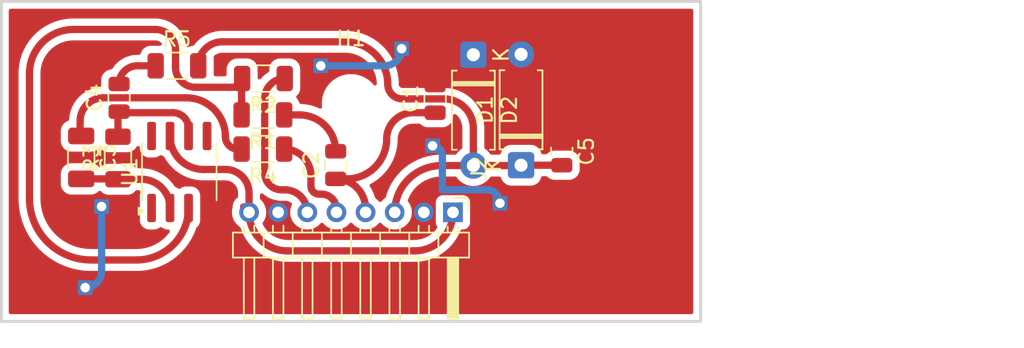
<source format=kicad_pcb>
(kicad_pcb (version 20241229) (generator "pcbnew") (generator_version "9.0")
  (layers (0 "F.Cu" signal) (2 "B.Cu" signal) (13 "F.Paste" user) (15 "B.Paste" user) (5 "F.SilkS" user "F.Silkscreen") (7 "B.SilkS" user "B.Silkscreen") (1 "F.Mask" user) (3 "B.Mask" user) (25 "Edge.Cuts" user))
  (net 0 "")
  (net 1 "DistIn")
  (net 2 "GND")
  (net 3 "Net-(C2-Pad2)")
  (net 4 "Net-(U1--)")
  (net 5 "Net-(C3-Pad1)")
  (net 6 "Net-(C4-Pad1)")
  (net 7 "Net-(C4-Pad2)")
  (net 8 "DistOut")
  (net 9 "9V")
  (net 10 "4.5V")
  (net 11 "potDist")
  (net 12 "Net-(U1-+)")
  (footprint "" (layer "F.Cu") (at 105.425 79.425)
    (property "Reference" "" (at 0 0 0) (layer "F.SilkS") (effects (font (size 1.27 1.27))))
    (property "Value" "")
    (pad "1" thru_hole rect (at 0 0) (size 1 1) (drill 0.65) (layers "*.Cu" "*.Mask") (net 2 "GND"))
  )
  (footprint "Diode_THT:D_A-405_P7.62mm_Horizontal" (layer "F.Cu") (at 119.175 86.26 90)
    (property "Reference" "D1" (at 3.81 -2.47 90) (layer "F.SilkS"))
    (property "Value" "D")
    (fp_line (start 6.53 -1.47) (end 6.53 -1.14) (stroke (width 0.12)) (layer "F.SilkS"))
    (fp_line (start 2.11 -1.47) (end 2.11 1.47) (stroke (width 0.12)) (layer "F.SilkS"))
    (fp_line (start 1.99 -1.47) (end 1.99 1.47) (stroke (width 0.12)) (layer "F.SilkS"))
    (fp_line (start 1.87 -1.47) (end 1.87 1.47) (stroke (width 0.12)) (layer "F.SilkS"))
    (fp_line (start 1.09 -1.47) (end 6.53 -1.47) (stroke (width 0.12)) (layer "F.SilkS"))
    (fp_line (start 1.09 -1.14) (end 1.09 -1.47) (stroke (width 0.12)) (layer "F.SilkS"))
    (fp_line (start 1.09 1.14) (end 1.09 1.47) (stroke (width 0.12)) (layer "F.SilkS"))
    (fp_line (start 6.53 1.47) (end 6.53 1.14) (stroke (width 0.12)) (layer "F.SilkS"))
    (fp_line (start 1.09 1.47) (end 6.53 1.47) (stroke (width 0.12)) (layer "F.SilkS"))
    (fp_text user "K" (at 0 -1.9 90) (layer "F.SilkS"))
    (pad "1" thru_hole roundrect (at 0 0 90) (size 1.8 1.8) (drill 0.9) (layers "*.Cu" "*.Mask") (roundrect_rratio 0.138889) (net 8 "DistOut"))
    (pad "2" thru_hole circle (at 7.62 0 90) (size 1.8 1.8) (drill 0.9) (layers "*.Cu" "*.Mask") (net 2 "GND"))
  )
  (footprint "Resistor_SMD:R_1206_3216Metric" (layer "F.Cu") (at 91.5 85.7625 90)
    (property "Reference" "R3" (at 0 -1.83 90) (layer "F.SilkS"))
    (property "Value" "1 M")
    (fp_line (start -0.727064 -0.91) (end 0.727064 -0.91) (stroke (width 0.12)) (layer "F.SilkS"))
    (fp_line (start -0.727064 0.91) (end 0.727064 0.91) (stroke (width 0.12)) (layer "F.SilkS"))
    (pad "1" smd roundrect (at -1.4625 0 90) (size 1.125 1.75) (layers "F.Cu" "F.Mask" "F.Paste") (roundrect_rratio 0.222222) (net 4 "Net-(U1--)"))
    (pad "2" smd roundrect (at 1.4625 0 90) (size 1.125 1.75) (layers "F.Cu" "F.Mask" "F.Paste") (roundrect_rratio 0.222222) (net 6 "Net-(C4-Pad1)"))
  )
  (footprint "Connector_PinHeader_2.00mm:PinHeader_1x08_P2.00mm_Horizontal" (layer "F.Cu") (at 114.5 89.5 -90)
    (property "Reference" "J2" (at -3.015 -1.785 90) (layer "F.SilkS"))
    (property "Value" "Conn_01x08_Pin")
    (fp_line (start 1.39 15.11) (end 3.11 15.11) (stroke (width 0.12)) (layer "F.SilkS"))
    (fp_line (start 3.11 15.11) (end 3.11 -1.11) (stroke (width 0.12)) (layer "F.SilkS"))
    (fp_line (start 0.916856 14.36) (end 1.39 14.36) (stroke (width 0.12)) (layer "F.SilkS"))
    (fp_line (start 7.31 14.36) (end 3.11 14.36) (stroke (width 0.12)) (layer "F.SilkS"))
    (fp_line (start 0.916856 13.64) (end 1.39 13.64) (stroke (width 0.12)) (layer "F.SilkS"))
    (fp_line (start 3.11 13.64) (end 7.31 13.64) (stroke (width 0.12)) (layer "F.SilkS"))
    (fp_line (start 7.31 13.64) (end 7.31 14.36) (stroke (width 0.12)) (layer "F.SilkS"))
    (fp_line (start 1.39 13) (end 3.11 13) (stroke (width 0.12)) (layer "F.SilkS"))
    (fp_line (start 0.916856 12.36) (end 1.39 12.36) (stroke (width 0.12)) (layer "F.SilkS"))
    (fp_line (start 7.31 12.36) (end 3.11 12.36) (stroke (width 0.12)) (layer "F.SilkS"))
    (fp_line (start 0.916856 11.64) (end 1.39 11.64) (stroke (width 0.12)) (layer "F.SilkS"))
    (fp_line (start 3.11 11.64) (end 7.31 11.64) (stroke (width 0.12)) (layer "F.SilkS"))
    (fp_line (start 7.31 11.64) (end 7.31 12.36) (stroke (width 0.12)) (layer "F.SilkS"))
    (fp_line (start 1.39 11) (end 3.11 11) (stroke (width 0.12)) (layer "F.SilkS"))
    (fp_line (start 0.916856 10.36) (end 1.39 10.36) (stroke (width 0.12)) (layer "F.SilkS"))
    (fp_line (start 7.31 10.36) (end 3.11 10.36) (stroke (width 0.12)) (layer "F.SilkS"))
    (fp_line (start 0.916856 9.64) (end 1.39 9.64) (stroke (width 0.12)) (layer "F.SilkS"))
    (fp_line (start 3.11 9.64) (end 7.31 9.64) (stroke (width 0.12)) (layer "F.SilkS"))
    (fp_line (start 7.31 9.64) (end 7.31 10.36) (stroke (width 0.12)) (layer "F.SilkS"))
    (fp_line (start 1.39 9) (end 3.11 9) (stroke (width 0.12)) (layer "F.SilkS"))
    (fp_line (start 0.916856 8.36) (end 1.39 8.36) (stroke (width 0.12)) (layer "F.SilkS"))
    (fp_line (start 7.31 8.36) (end 3.11 8.36) (stroke (width 0.12)) (layer "F.SilkS"))
    (fp_line (start 0.916856 7.64) (end 1.39 7.64) (stroke (width 0.12)) (layer "F.SilkS"))
    (fp_line (start 3.11 7.64) (end 7.31 7.64) (stroke (width 0.12)) (layer "F.SilkS"))
    (fp_line (start 7.31 7.64) (end 7.31 8.36) (stroke (width 0.12)) (layer "F.SilkS"))
    (fp_line (start 1.39 7) (end 3.11 7) (stroke (width 0.12)) (layer "F.SilkS"))
    (fp_line (start 0.916856 6.36) (end 1.39 6.36) (stroke (width 0.12)) (layer "F.SilkS"))
    (fp_line (start 7.31 6.36) (end 3.11 6.36) (stroke (width 0.12)) (layer "F.SilkS"))
    (fp_line (start 0.916856 5.64) (end 1.39 5.64) (stroke (width 0.12)) (layer "F.SilkS"))
    (fp_line (start 3.11 5.64) (end 7.31 5.64) (stroke (width 0.12)) (layer "F.SilkS"))
    (fp_line (start 7.31 5.64) (end 7.31 6.36) (stroke (width 0.12)) (layer "F.SilkS"))
    (fp_line (start 1.39 5) (end 3.11 5) (stroke (width 0.12)) (layer "F.SilkS"))
    (fp_line (start 0.916856 4.36) (end 1.39 4.36) (stroke (width 0.12)) (layer "F.SilkS"))
    (fp_line (start 7.31 4.36) (end 3.11 4.36) (stroke (width 0.12)) (layer "F.SilkS"))
    (fp_line (start 0.916856 3.64) (end 1.39 3.64) (stroke (width 0.12)) (layer "F.SilkS"))
    (fp_line (start 3.11 3.64) (end 7.31 3.64) (stroke (width 0.12)) (layer "F.SilkS"))
    (fp_line (start 7.31 3.64) (end 7.31 4.36) (stroke (width 0.12)) (layer "F.SilkS"))
    (fp_line (start 1.39 3) (end 3.11 3) (stroke (width 0.12)) (layer "F.SilkS"))
    (fp_line (start 0.916856 2.36) (end 1.39 2.36) (stroke (width 0.12)) (layer "F.SilkS"))
    (fp_line (start 7.31 2.36) (end 3.11 2.36) (stroke (width 0.12)) (layer "F.SilkS"))
    (fp_line (start 0.916856 1.64) (end 1.39 1.64) (stroke (width 0.12)) (layer "F.SilkS"))
    (fp_line (start 3.11 1.64) (end 7.31 1.64) (stroke (width 0.12)) (layer "F.SilkS"))
    (fp_line (start 7.31 1.64) (end 7.31 2.36) (stroke (width 0.12)) (layer "F.SilkS"))
    (fp_line (start 1.39 1) (end 3.11 1) (stroke (width 0.12)) (layer "F.SilkS"))
    (fp_line (start 0.985 0.36) (end 1.39 0.36) (stroke (width 0.12)) (layer "F.SilkS"))
    (fp_line (start -1 0) (end -1 -1) (stroke (width 0.12)) (layer "F.SilkS"))
    (fp_line (start 0.985 -0.36) (end 1.39 -0.36) (stroke (width 0.12)) (layer "F.SilkS"))
    (fp_line (start -1 -1) (end 0 -1) (stroke (width 0.12)) (layer "F.SilkS"))
    (fp_line (start 1.39 -1.11) (end 1.39 15.11) (stroke (width 0.12)) (layer "F.SilkS"))
    (fp_line (start 3.11 -1.11) (end 1.39 -1.11) (stroke (width 0.12)) (layer "F.SilkS"))
    (fp_rect (start 3.11 -0.36) (end 7.31 0.36) (stroke (width 0.12)) (fill yes) (layer "F.SilkS"))
    (pad "1" thru_hole rect (at 0 0 270) (size 1.35 1.35) (drill 0.8) (layers "*.Cu" "*.Mask") (net 9 "9V"))
    (pad "2" thru_hole circle (at 0 2 270) (size 1.35 1.35) (drill 0.8) (layers "*.Cu" "*.Mask") (net 2 "GND"))
    (pad "3" thru_hole circle (at 0 4 270) (size 1.35 1.35) (drill 0.8) (layers "*.Cu" "*.Mask") (net 8 "DistOut"))
    (pad "4" thru_hole circle (at 0 6 270) (size 1.35 1.35) (drill 0.8) (layers "*.Cu" "*.Mask") (net 1 "DistIn"))
    (pad "5" thru_hole circle (at 0 8 270) (size 1.35 1.35) (drill 0.8) (layers "*.Cu" "*.Mask") (net 11 "potDist"))
    (pad "6" thru_hole circle (at 0 10 270) (size 1.35 1.35) (drill 0.8) (layers "*.Cu" "*.Mask") (net 10 "4.5V"))
    (pad "7" thru_hole circle (at 0 12 270) (size 1.35 1.35) (drill 0.8) (layers "*.Cu" "*.Mask") (net 2 "GND"))
    (pad "8" thru_hole circle (at 0 14 270) (size 1.35 1.35) (drill 0.8) (layers "*.Cu" "*.Mask") (net 9 "9V"))
  )
  (footprint "Resistor_SMD:R_1206_3216Metric" (layer "F.Cu") (at 101.45 82.8 180)
    (property "Reference" "R1" (at 0 -1.83 0) (layer "F.SilkS"))
    (property "Value" "10 K")
    (fp_line (start -0.727064 0.91) (end 0.727064 0.91) (stroke (width 0.12)) (layer "F.SilkS"))
    (fp_line (start -0.727064 -0.91) (end 0.727064 -0.91) (stroke (width 0.12)) (layer "F.SilkS"))
    (pad "1" smd roundrect (at -1.4625 0 180) (size 1.125 1.75) (layers "F.Cu" "F.Mask" "F.Paste") (roundrect_rratio 0.222222) (net 3 "Net-(C2-Pad2)"))
    (pad "2" smd roundrect (at 1.4625 0 180) (size 1.125 1.75) (layers "F.Cu" "F.Mask" "F.Paste") (roundrect_rratio 0.222222) (net 12 "Net-(U1-+)"))
  )
  (footprint "Capacitor_SMD:C_0805_2012Metric" (layer "F.Cu") (at 106.45 86.25 90)
    (property "Reference" "C2" (at 0 -1.68 90) (layer "F.SilkS"))
    (property "Value" "10 nF")
    (fp_line (start -0.261252 -0.735) (end 0.261252 -0.735) (stroke (width 0.12)) (layer "F.SilkS"))
    (fp_line (start -0.261252 0.735) (end 0.261252 0.735) (stroke (width 0.12)) (layer "F.SilkS"))
    (pad "1" smd roundrect (at -0.95 0 90) (size 1 1.45) (layers "F.Cu" "F.Mask" "F.Paste") (net 1 "DistIn"))
    (pad "2" smd roundrect (at 0.95 0 90) (size 1 1.45) (layers "F.Cu" "F.Mask" "F.Paste") (net 3 "Net-(C2-Pad2)"))
  )
  (footprint "" (layer "F.Cu") (at 90.375 89.1)
    (property "Reference" "" (at 0 0 0) (layer "F.SilkS") (effects (font (size 1.27 1.27))))
    (property "Value" "")
    (pad "1" thru_hole rect (at 0 0) (size 1 1) (drill 0.65) (layers "*.Cu" "*.Mask") (net 2 "GND"))
  )
  (footprint "Capacitor_SMD:C_0805_2012Metric" (layer "F.Cu") (at 91.575 81.625 90)
    (property "Reference" "C4" (at 0 -1.68 90) (layer "F.SilkS"))
    (property "Value" "1 uF")
    (fp_line (start -0.261252 -0.735) (end 0.261252 -0.735) (stroke (width 0.12)) (layer "F.SilkS"))
    (fp_line (start -0.261252 0.735) (end 0.261252 0.735) (stroke (width 0.12)) (layer "F.SilkS"))
    (pad "1" smd roundrect (at -0.95 0 90) (size 1 1.45) (layers "F.Cu" "F.Mask" "F.Paste") (net 6 "Net-(C4-Pad1)"))
    (pad "2" smd roundrect (at 0.95 0 90) (size 1 1.45) (layers "F.Cu" "F.Mask" "F.Paste") (net 7 "Net-(C4-Pad2)"))
  )
  (footprint "Capacitor_SMD:C_1206_3216Metric" (layer "F.Cu") (at 88.975 85.725 -90)
    (property "Reference" "C3" (at 0 -1.85 90) (layer "F.SilkS"))
    (property "Value" "47 nF")
    (fp_line (start -0.711252 0.91) (end 0.711252 0.91) (stroke (width 0.12)) (layer "F.SilkS"))
    (fp_line (start -0.711252 -0.91) (end 0.711252 -0.91) (stroke (width 0.12)) (layer "F.SilkS"))
    (pad "1" smd roundrect (at -1.475 0 270) (size 1.15 1.8) (layers "F.Cu" "F.Mask" "F.Paste") (roundrect_rratio 0.217391) (net 5 "Net-(C3-Pad1)"))
    (pad "2" smd roundrect (at 1.475 0 270) (size 1.15 1.8) (layers "F.Cu" "F.Mask" "F.Paste") (roundrect_rratio 0.217391) (net 4 "Net-(U1--)"))
  )
  (footprint "Capacitor_SMD:C_0805_2012Metric" (layer "F.Cu") (at 113.275 81.7 90)
    (property "Reference" "C1" (at 0 -1.68 90) (layer "F.SilkS"))
    (property "Value" "1 nF")
    (fp_line (start -0.261252 -0.735) (end 0.261252 -0.735) (stroke (width 0.12)) (layer "F.SilkS"))
    (fp_line (start -0.261252 0.735) (end 0.261252 0.735) (stroke (width 0.12)) (layer "F.SilkS"))
    (pad "1" smd roundrect (at -0.95 0 90) (size 1 1.45) (layers "F.Cu" "F.Mask" "F.Paste") (net 1 "DistIn"))
    (pad "2" smd roundrect (at 0.95 0 90) (size 1 1.45) (layers "F.Cu" "F.Mask" "F.Paste") (net 2 "GND"))
  )
  (footprint "" (layer "F.Cu") (at 117.725 88.875)
    (property "Reference" "" (at 0 0 0) (layer "F.SilkS") (effects (font (size 1.27 1.27))))
    (property "Value" "")
    (pad "1" thru_hole rect (at 0 0) (size 1 1) (drill 0.65) (layers "*.Cu" "*.Mask") (net 2 "GND"))
  )
  (footprint "Resistor_SMD:R_1206_3216Metric" (layer "F.Cu") (at 101.45 85.15 180)
    (property "Reference" "R4" (at 0 -1.83 0) (layer "F.SilkS"))
    (property "Value" "4.7 K")
    (fp_line (start -0.727064 0.91) (end 0.727064 0.91) (stroke (width 0.12)) (layer "F.SilkS"))
    (fp_line (start -0.727064 -0.91) (end 0.727064 -0.91) (stroke (width 0.12)) (layer "F.SilkS"))
    (pad "1" smd roundrect (at -1.4625 0 180) (size 1.125 1.75) (layers "F.Cu" "F.Mask" "F.Paste") (roundrect_rratio 0.222222) (net 11 "potDist"))
    (pad "2" smd roundrect (at 1.4625 0 180) (size 1.125 1.75) (layers "F.Cu" "F.Mask" "F.Paste") (roundrect_rratio 0.222222) (net 5 "Net-(C3-Pad1)"))
  )
  (footprint "" (layer "F.Cu") (at 110.975 78.25)
    (property "Reference" "" (at 0 0 0) (layer "F.SilkS") (effects (font (size 1.27 1.27))))
    (property "Value" "")
    (pad "1" thru_hole rect (at 0 0) (size 1 1) (drill 0.65) (layers "*.Cu" "*.Mask") (net 2 "GND"))
  )
  (footprint "Package_SO:SOIC-8_3.9x4.9mm_P1.27mm" (layer "F.Cu") (at 95.71 86.725 90)
    (property "Reference" "U1" (at 0 -3.4 90) (layer "F.SilkS"))
    (property "Value" "LM741")
    (fp_line (start 0 -2.56) (end 1.95 -2.56) (stroke (width 0.12)) (layer "F.SilkS"))
    (fp_line (start 0 -2.56) (end -1.95 -2.56) (stroke (width 0.12)) (layer "F.SilkS"))
    (fp_line (start 0 2.56) (end 1.95 2.56) (stroke (width 0.12)) (layer "F.SilkS"))
    (fp_line (start 0 2.56) (end -1.95 2.56) (stroke (width 0.12)) (layer "F.SilkS"))
    (fp_poly (pts (xy -2.7 -2.465) (xy -2.94 -2.795) (xy -2.46 -2.795)) (stroke (width 0.12)) (fill yes) (layer "F.SilkS"))
    (pad "1" smd roundrect (at -2.475 -1.905 90) (size 1.95 0.6) (layers "F.Cu" "F.Mask" "F.Paste"))
    (pad "2" smd roundrect (at -2.475 -0.635 90) (size 1.95 0.6) (layers "F.Cu" "F.Mask" "F.Paste") (net 4 "Net-(U1--)"))
    (pad "3" smd roundrect (at -2.475 0.635 90) (size 1.95 0.6) (layers "F.Cu" "F.Mask" "F.Paste") (net 12 "Net-(U1-+)"))
    (pad "4" smd roundrect (at -2.475 1.905 90) (size 1.95 0.6) (layers "F.Cu" "F.Mask" "F.Paste") (net 2 "GND"))
    (pad "5" smd roundrect (at 2.475 1.905 90) (size 1.95 0.6) (layers "F.Cu" "F.Mask" "F.Paste"))
    (pad "6" smd roundrect (at 2.475 0.635 90) (size 1.95 0.6) (layers "F.Cu" "F.Mask" "F.Paste") (net 6 "Net-(C4-Pad1)"))
    (pad "7" smd roundrect (at 2.475 -0.635 90) (size 1.95 0.6) (layers "F.Cu" "F.Mask" "F.Paste") (net 9 "9V"))
    (pad "8" smd roundrect (at 2.475 -1.905 90) (size 1.95 0.6) (layers "F.Cu" "F.Mask" "F.Paste"))
  )
  (footprint "" (layer "F.Cu") (at 89.25 94.675)
    (property "Reference" "" (at 0 0 0) (layer "F.SilkS") (effects (font (size 1.27 1.27))))
    (property "Value" "")
    (pad "1" thru_hole rect (at 0 0) (size 1 1) (drill 0.65) (layers "*.Cu" "*.Mask") (net 2 "GND"))
  )
  (footprint "" (layer "F.Cu") (at 113.1 84.925)
    (property "Reference" "" (at 0 0 0) (layer "F.SilkS") (effects (font (size 1.27 1.27))))
    (property "Value" "")
    (pad "1" thru_hole rect (at 0 0) (size 1 1) (drill 0.65) (layers "*.Cu" "*.Mask") (net 2 "GND"))
  )
  (footprint "Capacitor_SMD:C_0805_2012Metric" (layer "F.Cu") (at 121.975 85.31 -90)
    (property "Reference" "C5" (at 0 -1.68 90) (layer "F.SilkS"))
    (property "Value" "1 nF")
    (fp_line (start -0.261252 0.735) (end 0.261252 0.735) (stroke (width 0.12)) (layer "F.SilkS"))
    (fp_line (start -0.261252 -0.735) (end 0.261252 -0.735) (stroke (width 0.12)) (layer "F.SilkS"))
    (pad "1" smd roundrect (at -0.95 0 270) (size 1 1.45) (layers "F.Cu" "F.Mask" "F.Paste") (net 2 "GND"))
    (pad "2" smd roundrect (at 0.95 0 270) (size 1 1.45) (layers "F.Cu" "F.Mask" "F.Paste") (net 8 "DistOut"))
  )
  (footprint "MountingHole:MountingHole_3.5mm" (layer "F.Cu") (at 107.5 82)
    (property "Reference" "H1" (at 0 -4.45 0) (layer "F.SilkS"))
    (property "Value" "MountingHole")
    (pad "" np_thru_hole circle (at 0 0) (size 3.5 3.5) (drill 3.5) (layers "*.Cu" "*.Mask"))
  )
  (footprint "Diode_THT:D_A-405_P7.62mm_Horizontal" (layer "F.Cu") (at 115.9 78.665 -90)
    (property "Reference" "D2" (at 3.81 -2.47 90) (layer "F.SilkS"))
    (property "Value" "D")
    (fp_line (start 1.09 1.47) (end 6.53 1.47) (stroke (width 0.12)) (layer "F.SilkS"))
    (fp_line (start 6.53 1.47) (end 6.53 1.14) (stroke (width 0.12)) (layer "F.SilkS"))
    (fp_line (start 1.09 1.14) (end 1.09 1.47) (stroke (width 0.12)) (layer "F.SilkS"))
    (fp_line (start 1.09 -1.14) (end 1.09 -1.47) (stroke (width 0.12)) (layer "F.SilkS"))
    (fp_line (start 1.09 -1.47) (end 6.53 -1.47) (stroke (width 0.12)) (layer "F.SilkS"))
    (fp_line (start 1.87 -1.47) (end 1.87 1.47) (stroke (width 0.12)) (layer "F.SilkS"))
    (fp_line (start 1.99 -1.47) (end 1.99 1.47) (stroke (width 0.12)) (layer "F.SilkS"))
    (fp_line (start 2.11 -1.47) (end 2.11 1.47) (stroke (width 0.12)) (layer "F.SilkS"))
    (fp_line (start 6.53 -1.47) (end 6.53 -1.14) (stroke (width 0.12)) (layer "F.SilkS"))
    (fp_text user "K" (at 0 -1.9 90) (layer "F.SilkS"))
    (pad "1" thru_hole roundrect (at 0 0 270) (size 1.8 1.8) (drill 0.9) (layers "*.Cu" "*.Mask") (roundrect_rratio 0.138889) (net 2 "GND"))
    (pad "2" thru_hole circle (at 7.62 0 270) (size 1.8 1.8) (drill 0.9) (layers "*.Cu" "*.Mask") (net 8 "DistOut"))
  )
  (footprint "Resistor_SMD:R_1206_3216Metric" (layer "F.Cu") (at 101.4875 80.3 180)
    (property "Reference" "R2" (at 0 -1.83 0) (layer "F.SilkS"))
    (property "Value" "1 M")
    (fp_line (start -0.727064 0.91) (end 0.727064 0.91) (stroke (width 0.12)) (layer "F.SilkS"))
    (fp_line (start -0.727064 -0.91) (end 0.727064 -0.91) (stroke (width 0.12)) (layer "F.SilkS"))
    (pad "1" smd roundrect (at -1.4625 0 180) (size 1.125 1.75) (layers "F.Cu" "F.Mask" "F.Paste") (roundrect_rratio 0.222222) (net 10 "4.5V"))
    (pad "2" smd roundrect (at 1.4625 0 180) (size 1.125 1.75) (layers "F.Cu" "F.Mask" "F.Paste") (roundrect_rratio 0.222222) (net 12 "Net-(U1-+)"))
  )
  (footprint "Resistor_SMD:R_1206_3216Metric" (layer "F.Cu") (at 95.55 79.425)
    (property "Reference" "R5" (at 0 -1.83 0) (layer "F.SilkS"))
    (property "Value" "10 K")
    (fp_line (start -0.727064 -0.91) (end 0.727064 -0.91) (stroke (width 0.12)) (layer "F.SilkS"))
    (fp_line (start -0.727064 0.91) (end 0.727064 0.91) (stroke (width 0.12)) (layer "F.SilkS"))
    (pad "1" smd roundrect (at -1.4625 0) (size 1.125 1.75) (layers "F.Cu" "F.Mask" "F.Paste") (roundrect_rratio 0.222222) (net 7 "Net-(C4-Pad2)"))
    (pad "2" smd roundrect (at 1.4625 0) (size 1.125 1.75) (layers "F.Cu" "F.Mask" "F.Paste") (roundrect_rratio 0.222222) (net 8 "DistOut"))
  )
  (gr_rect (start 83.5 75) (end 131.5 97) (stroke (width 0.2)) (fill no) (layer "Edge.Cuts"))
  (segment (start 106.45 87.2) (end 107.2 87.2) (width 0.5) (layer "F.Cu") (net 1))
  (segment (start 108.45 89.45) (end 108.5 89.5) (width 0.5) (layer "F.Cu") (net 1))
  (segment (start 108.6 89.4) (end 108.5 89.5) (width 0.5) (layer "F.Cu") (net 1))
  (segment (start 108.5 89.5) (end 108.55 89.45) (width 0.5) (layer "F.Cu") (net 1))
  (segment (start 108.5 89.5) (end 108.5 89.25) (width 0.5) (layer "F.Cu") (net 1))
  (segment (start 111.75 82.65) (end 113.275 82.65) (width 0.5) (layer "F.Cu") (net 1))
  (arc (start 108.5 89.25) (mid 107.899569 87.800431) (end 106.45 87.2) (width 0.5) (layer "F.Cu") (net 1))
  (arc (start 109.95 84.45) (mid 110.477208 83.177208) (end 111.75 82.65) (width 0.5) (layer "F.Cu") (net 1))
  (arc (start 107.2 87.2) (mid 109.144544 86.394544) (end 109.95 84.45) (width 0.5) (layer "F.Cu") (net 1))
  (segment (start 116.8 87.95) (end 113.775 87.95) (width 0.5) (layer "B.Cu") (net 2))
  (segment (start 113.775 87.95) (end 113.775 85.6) (width 0.5) (layer "B.Cu") (net 2))
  (segment (start 105.425 79.425) (end 109.8 79.425) (width 0.5) (layer "B.Cu") (net 2))
  (segment (start 90.375 89.1) (end 90.375 93.55) (width 0.5) (layer "B.Cu") (net 2))
  (arc (start 117.725 88.875) (mid 117.454074 88.220926) (end 116.8 87.95) (width 0.5) (layer "B.Cu") (net 2))
  (arc (start 113.775 85.6) (mid 113.577297 85.122703) (end 113.1 84.925) (width 0.5) (layer "B.Cu") (net 2))
  (arc (start 109.8 79.425) (mid 110.63085 79.08085) (end 110.975 78.25) (width 0.5) (layer "B.Cu") (net 2))
  (arc (start 90.375 93.55) (mid 90.045495 94.345495) (end 89.25 94.675) (width 0.5) (layer "B.Cu") (net 2))
  (segment (start 103.95 82.8) (end 102.9125 82.8) (width 0.5) (layer "F.Cu") (net 3))
  (arc (start 106.45 85.3) (mid 105.717767 83.532233) (end 103.95 82.8) (width 0.5) (layer "F.Cu") (net 3))
  (segment (start 91.475 87.2) (end 91.5 87.225) (width 0.5) (layer "F.Cu") (net 4))
  (segment (start 88.975 87.2) (end 91.475 87.2) (width 0.5) (layer "F.Cu") (net 4))
  (segment (start 91.5 87.225) (end 93.1 87.225) (width 0.5) (layer "F.Cu") (net 4))
  (arc (start 93.1 87.225) (mid 94.496536 87.803464) (end 95.075 89.2) (width 0.5) (layer "F.Cu") (net 4))
  (segment (start 99.725 85.15) (end 99.9875 85.15) (width 0.5) (layer "F.Cu") (net 5))
  (segment (start 88.9 84.175) (end 88.9 83.225) (width 0.5) (layer "F.Cu") (net 5))
  (segment (start 90.5 81.625) (end 96.2 81.625) (width 0.5) (layer "F.Cu") (net 5))
  (arc (start 88.9 83.225) (mid 89.368629 82.093629) (end 90.5 81.625) (width 0.5) (layer "F.Cu") (net 5))
  (arc (start 98.875 84.3) (mid 99.123959 84.901041) (end 99.725 85.15) (width 0.5) (layer "F.Cu") (net 5))
  (arc (start 96.2 81.625) (mid 98.091511 82.408489) (end 98.875 84.3) (width 0.5) (layer "F.Cu") (net 5))
  (arc (start 88.975 84.25) (mid 88.921967 84.228033) (end 88.9 84.175) (width 0.5) (layer "F.Cu") (net 5))
  (segment (start 95.275 82.65) (end 91.65 82.65) (width 0.5) (layer "F.Cu") (net 6))
  (segment (start 91.5 82.65) (end 91.5 84.3) (width 0.5) (layer "F.Cu") (net 6))
  (segment (start 96.345 84.25) (end 96.345 83.72) (width 0.5) (layer "F.Cu") (net 6))
  (arc (start 96.345 83.72) (mid 96.031604 82.963396) (end 95.275 82.65) (width 0.5) (layer "F.Cu") (net 6))
  (arc (start 91.65 82.65) (mid 91.596967 82.628033) (end 91.575 82.575) (width 0.5) (layer "F.Cu") (net 6))
  (arc (start 91.575 82.575) (mid 91.521967 82.596967) (end 91.5 82.65) (width 0.5) (layer "F.Cu") (net 6))
  (segment (start 92.825 79.425) (end 94.0875 79.425) (width 0.5) (layer "F.Cu") (net 7))
  (arc (start 91.575 80.675) (mid 91.941117 79.791117) (end 92.825 79.425) (width 0.5) (layer "F.Cu") (net 7))
  (segment (start 113.715 86.285) (end 115.9 86.285) (width 0.5) (layer "F.Cu") (net 8))
  (segment (start 121.975 86.26) (end 119.175 86.26) (width 0.5) (layer "F.Cu") (net 8))
  (segment (start 119.15 86.285) (end 119.175 86.26) (width 0.5) (layer "F.Cu") (net 8))
  (segment (start 115.9 86.285) (end 119.15 86.285) (width 0.5) (layer "F.Cu") (net 8))
  (segment (start 115.9 83.725) (end 115.9 86.285) (width 0.5) (layer "F.Cu") (net 8))
  (segment (start 111.024988 81.7) (end 113.875 81.7) (width 0.5) (layer "F.Cu") (net 8))
  (segment (start 98.6625 77.775) (end 107.100022 77.775) (width 0.5) (layer "F.Cu") (net 8))
  (arc (start 113.875 81.7) (mid 115.306891 82.293109) (end 115.9 83.725) (width 0.5) (layer "F.Cu") (net 8))
  (arc (start 110.025 80.7) (mid 110.31789 81.40711) (end 111.024988 81.7) (width 0.5) (layer "F.Cu") (net 8))
  (arc (start 97.0125 79.425) (mid 97.495774 78.258274) (end 98.6625 77.775) (width 0.5) (layer "F.Cu") (net 8))
  (arc (start 107.100022 77.775) (mid 109.168294 78.631706) (end 110.025 80.7) (width 0.5) (layer "F.Cu") (net 8))
  (arc (start 110.5 89.5) (mid 111.441652 87.226652) (end 113.715 86.285) (width 0.5) (layer "F.Cu") (net 8))
  (segment (start 111.85 92.15) (end 103.15 92.15) (width 0.5) (layer "F.Cu") (net 9))
  (segment (start 97.375 86.55) (end 98.875 86.55) (width 0.5) (layer "F.Cu") (net 9))
  (segment (start 100.125098 89.124902) (end 100.125 89.125) (width 0.5) (layer "F.Cu") (net 9))
  (segment (start 100.5 89.5) (end 100.5 88.175) (width 0.5) (layer "F.Cu") (net 9))
  (arc (start 100.5 88.175) (mid 100.024049 87.025951) (end 98.875 86.55) (width 0.5) (layer "F.Cu") (net 9))
  (arc (start 114.5 89.5) (mid 113.723833 91.373833) (end 111.85 92.15) (width 0.5) (layer "F.Cu") (net 9))
  (arc (start 95.075 84.25) (mid 95.748654 85.876346) (end 97.375 86.55) (width 0.5) (layer "F.Cu") (net 9))
  (arc (start 103.15 92.15) (mid 101.276167 91.373833) (end 100.5 89.5) (width 0.5) (layer "F.Cu") (net 9))
  (segment (start 101.575 86.8) (end 101.575 81.675) (width 0.5) (layer "F.Cu") (net 10))
  (segment (start 102.950006 87.95) (end 102.725 87.95) (width 0.5) (layer "F.Cu") (net 10))
  (arc (start 104.5 89.5) (mid 104.046017 88.403983) (end 102.950006 87.95) (width 0.5) (layer "F.Cu") (net 10))
  (arc (start 102.725 87.95) (mid 101.911827 87.613173) (end 101.575 86.8) (width 0.5) (layer "F.Cu") (net 10))
  (arc (start 101.575 81.675) (mid 101.977728 80.702728) (end 102.95 80.3) (width 0.5) (layer "F.Cu") (net 10))
  (segment (start 105.475 88.25) (end 105.3 88.25) (width 0.5) (layer "F.Cu") (net 11))
  (segment (start 106.525 89.475) (end 106.5 89.5) (width 0.5) (layer "F.Cu") (net 11))
  (segment (start 106.5 89.5) (end 106.5 89.275) (width 0.5) (layer "F.Cu") (net 11))
  (segment (start 104.75 87.7) (end 104.75 86.9875) (width 0.5) (layer "F.Cu") (net 11))
  (arc (start 106.5 89.275) (mid 106.199784 88.550216) (end 105.475 88.25) (width 0.5) (layer "F.Cu") (net 11))
  (arc (start 104.75 86.9875) (mid 104.211809 85.688191) (end 102.9125 85.15) (width 0.5) (layer "F.Cu") (net 11))
  (arc (start 105.3 88.25) (mid 104.911091 88.088909) (end 104.75 87.7) (width 0.5) (layer "F.Cu") (net 11))
  (segment (start 99.9875 80.3375) (end 100.025 80.3) (width 0.5) (layer "F.Cu") (net 12))
  (segment (start 92.77 92.775) (end 89.65 92.775) (width 0.5) (layer "F.Cu") (net 12))
  (segment (start 99.9875 82.8) (end 99.9875 80.3375) (width 0.5) (layer "F.Cu") (net 12))
  (segment (start 85.425 88.55) (end 85.425 79.95) (width 0.5) (layer "F.Cu") (net 12))
  (segment (start 96.825 80.9) (end 99.425 80.9) (width 0.5) (layer "F.Cu") (net 12))
  (segment (start 88.45 76.925) (end 94.05 76.925) (width 0.5) (layer "F.Cu") (net 12))
  (segment (start 95.45 78.325) (end 95.45 79.525) (width 0.5) (layer "F.Cu") (net 12))
  (arc (start 99.425 80.9) (mid 99.849264 80.724264) (end 100.025 80.3) (width 0.5) (layer "F.Cu") (net 12))
  (arc (start 96.345 89.2) (mid 95.297907 91.727907) (end 92.77 92.775) (width 0.5) (layer "F.Cu") (net 12))
  (arc (start 89.65 92.775) (mid 86.662474 91.537526) (end 85.425 88.55) (width 0.5) (layer "F.Cu") (net 12))
  (arc (start 95.45 79.525) (mid 95.852728 80.497272) (end 96.825 80.9) (width 0.5) (layer "F.Cu") (net 12))
  (arc (start 94.05 76.925) (mid 95.039949 77.335051) (end 95.45 78.325) (width 0.5) (layer "F.Cu") (net 12))
  (arc (start 85.425 79.95) (mid 86.311002 77.811002) (end 88.45 76.925) (width 0.5) (layer "F.Cu") (net 12))
  (zone (net 2) (net_name "GND") (layer "F.Cu") (connect_pads yes (clearance 0.5)) (min_thickness 0.25) (fill yes (thermal_gap 0.5) (thermal_bridge_width 0.5))
    (polygon (pts (xy 83.55 75) (xy 131.5 75.1) (xy 131.5 96.95) (xy 83.5 96.9)))
  )
)
</source>
